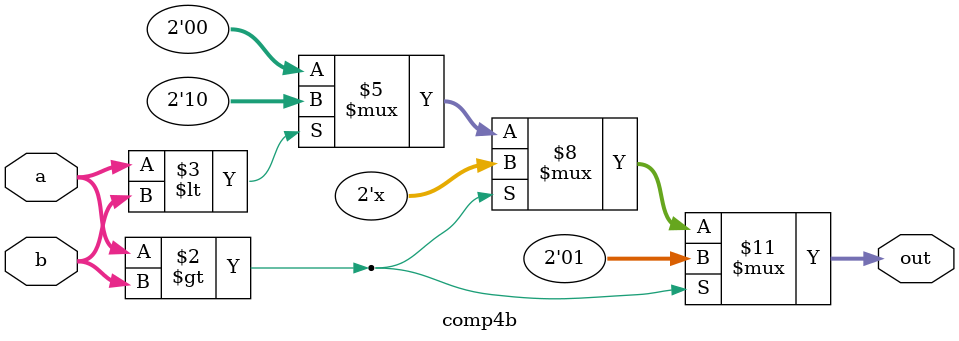
<source format=v>
/*
 * Antonio Aguilar
 * Comparador de 4 bits
*/

module comp4b(input [3:0] a, b, output reg [1:0] out);
	always @(a or b)
	begin
		if (a > b) 
			out = 1;
		else if (a < b)
			out = 2;
		else
			out = 0;
	end
endmodule

</source>
